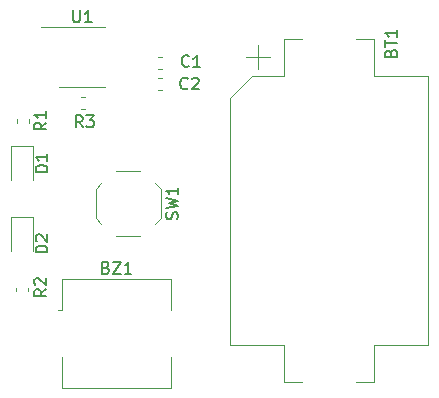
<source format=gbr>
G04 #@! TF.GenerationSoftware,KiCad,Pcbnew,(5.1.4-0-10_14)*
G04 #@! TF.CreationDate,2020-05-31T23:05:55+02:00*
G04 #@! TF.ProjectId,maskmeter,6d61736b-6d65-4746-9572-2e6b69636164,rev?*
G04 #@! TF.SameCoordinates,Original*
G04 #@! TF.FileFunction,Legend,Top*
G04 #@! TF.FilePolarity,Positive*
%FSLAX46Y46*%
G04 Gerber Fmt 4.6, Leading zero omitted, Abs format (unit mm)*
G04 Created by KiCad (PCBNEW (5.1.4-0-10_14)) date 2020-05-31 23:05:55*
%MOMM*%
%LPD*%
G04 APERTURE LIST*
%ADD10C,0.120000*%
%ADD11C,0.150000*%
G04 APERTURE END LIST*
D10*
X124000000Y-78600000D02*
X124000000Y-76600000D01*
X125000000Y-77600000D02*
X123000000Y-77600000D01*
X138350000Y-101950000D02*
X133850000Y-101950000D01*
X138350000Y-79250000D02*
X133850000Y-79250000D01*
X138350000Y-79250000D02*
X138350000Y-101950000D01*
X133850000Y-105150000D02*
X132300000Y-105150000D01*
X133850000Y-101950000D02*
X133850000Y-105150000D01*
X133850000Y-76050000D02*
X132300000Y-76050000D01*
X133850000Y-79250000D02*
X133850000Y-76050000D01*
X126150000Y-76050000D02*
X127700000Y-76050000D01*
X126150000Y-79250000D02*
X126150000Y-76050000D01*
X121650000Y-81050000D02*
X123450000Y-79250000D01*
X123450000Y-79250000D02*
X126150000Y-79250000D01*
X121650000Y-101950000D02*
X121650000Y-81050000D01*
X121650000Y-101950000D02*
X126150000Y-101950000D01*
X126150000Y-105150000D02*
X127700000Y-105150000D01*
X126150000Y-101950000D02*
X126150000Y-105150000D01*
X107390000Y-99040000D02*
X107390000Y-96390000D01*
X107390000Y-96390000D02*
X116610000Y-96390000D01*
X116610000Y-96390000D02*
X116610000Y-99040000D01*
X116610000Y-102960000D02*
X116610000Y-105610000D01*
X116610000Y-105610000D02*
X107390000Y-105610000D01*
X107390000Y-105610000D02*
X107390000Y-102960000D01*
X107390000Y-99040000D02*
X107060000Y-99040000D01*
X115750000Y-88750000D02*
X115750000Y-91250000D01*
X114000000Y-87250000D02*
X112000000Y-87250000D01*
X110250000Y-88750000D02*
X110250000Y-91250000D01*
X114000000Y-92750000D02*
X112000000Y-92750000D01*
X115300000Y-88300000D02*
X115750000Y-88750000D01*
X115300000Y-91700000D02*
X115750000Y-91250000D01*
X110700000Y-91700000D02*
X110250000Y-91250000D01*
X110700000Y-88300000D02*
X110250000Y-88750000D01*
X109037221Y-82010000D02*
X109362779Y-82010000D01*
X109037221Y-80990000D02*
X109362779Y-80990000D01*
X103490000Y-97450279D02*
X103490000Y-97124721D01*
X104510000Y-97450279D02*
X104510000Y-97124721D01*
X104610000Y-83162779D02*
X104610000Y-82837221D01*
X103590000Y-83162779D02*
X103590000Y-82837221D01*
X103090000Y-91152500D02*
X103090000Y-94037500D01*
X104910000Y-91152500D02*
X103090000Y-91152500D01*
X104910000Y-94037500D02*
X104910000Y-91152500D01*
X103090000Y-85152500D02*
X103090000Y-88037500D01*
X104910000Y-85152500D02*
X103090000Y-85152500D01*
X104910000Y-88037500D02*
X104910000Y-85152500D01*
X115537221Y-80410000D02*
X115862779Y-80410000D01*
X115537221Y-79390000D02*
X115862779Y-79390000D01*
X115862779Y-77590000D02*
X115537221Y-77590000D01*
X115862779Y-78610000D02*
X115537221Y-78610000D01*
X109100000Y-75040000D02*
X105650000Y-75040000D01*
X109100000Y-75040000D02*
X111050000Y-75040000D01*
X109100000Y-80160000D02*
X107150000Y-80160000D01*
X109100000Y-80160000D02*
X111050000Y-80160000D01*
D11*
X135228571Y-77260714D02*
X135276190Y-77117857D01*
X135323809Y-77070238D01*
X135419047Y-77022619D01*
X135561904Y-77022619D01*
X135657142Y-77070238D01*
X135704761Y-77117857D01*
X135752380Y-77213095D01*
X135752380Y-77594047D01*
X134752380Y-77594047D01*
X134752380Y-77260714D01*
X134800000Y-77165476D01*
X134847619Y-77117857D01*
X134942857Y-77070238D01*
X135038095Y-77070238D01*
X135133333Y-77117857D01*
X135180952Y-77165476D01*
X135228571Y-77260714D01*
X135228571Y-77594047D01*
X134752380Y-76736904D02*
X134752380Y-76165476D01*
X135752380Y-76451190D02*
X134752380Y-76451190D01*
X135752380Y-75308333D02*
X135752380Y-75879761D01*
X135752380Y-75594047D02*
X134752380Y-75594047D01*
X134895238Y-75689285D01*
X134990476Y-75784523D01*
X135038095Y-75879761D01*
X111119047Y-95428571D02*
X111261904Y-95476190D01*
X111309523Y-95523809D01*
X111357142Y-95619047D01*
X111357142Y-95761904D01*
X111309523Y-95857142D01*
X111261904Y-95904761D01*
X111166666Y-95952380D01*
X110785714Y-95952380D01*
X110785714Y-94952380D01*
X111119047Y-94952380D01*
X111214285Y-95000000D01*
X111261904Y-95047619D01*
X111309523Y-95142857D01*
X111309523Y-95238095D01*
X111261904Y-95333333D01*
X111214285Y-95380952D01*
X111119047Y-95428571D01*
X110785714Y-95428571D01*
X111690476Y-94952380D02*
X112357142Y-94952380D01*
X111690476Y-95952380D01*
X112357142Y-95952380D01*
X113261904Y-95952380D02*
X112690476Y-95952380D01*
X112976190Y-95952380D02*
X112976190Y-94952380D01*
X112880952Y-95095238D01*
X112785714Y-95190476D01*
X112690476Y-95238095D01*
X117154761Y-91333333D02*
X117202380Y-91190476D01*
X117202380Y-90952380D01*
X117154761Y-90857142D01*
X117107142Y-90809523D01*
X117011904Y-90761904D01*
X116916666Y-90761904D01*
X116821428Y-90809523D01*
X116773809Y-90857142D01*
X116726190Y-90952380D01*
X116678571Y-91142857D01*
X116630952Y-91238095D01*
X116583333Y-91285714D01*
X116488095Y-91333333D01*
X116392857Y-91333333D01*
X116297619Y-91285714D01*
X116250000Y-91238095D01*
X116202380Y-91142857D01*
X116202380Y-90904761D01*
X116250000Y-90761904D01*
X116202380Y-90428571D02*
X117202380Y-90190476D01*
X116488095Y-90000000D01*
X117202380Y-89809523D01*
X116202380Y-89571428D01*
X117202380Y-88666666D02*
X117202380Y-89238095D01*
X117202380Y-88952380D02*
X116202380Y-88952380D01*
X116345238Y-89047619D01*
X116440476Y-89142857D01*
X116488095Y-89238095D01*
X109133333Y-83552380D02*
X108800000Y-83076190D01*
X108561904Y-83552380D02*
X108561904Y-82552380D01*
X108942857Y-82552380D01*
X109038095Y-82600000D01*
X109085714Y-82647619D01*
X109133333Y-82742857D01*
X109133333Y-82885714D01*
X109085714Y-82980952D01*
X109038095Y-83028571D01*
X108942857Y-83076190D01*
X108561904Y-83076190D01*
X109466666Y-82552380D02*
X110085714Y-82552380D01*
X109752380Y-82933333D01*
X109895238Y-82933333D01*
X109990476Y-82980952D01*
X110038095Y-83028571D01*
X110085714Y-83123809D01*
X110085714Y-83361904D01*
X110038095Y-83457142D01*
X109990476Y-83504761D01*
X109895238Y-83552380D01*
X109609523Y-83552380D01*
X109514285Y-83504761D01*
X109466666Y-83457142D01*
X106052380Y-97266666D02*
X105576190Y-97600000D01*
X106052380Y-97838095D02*
X105052380Y-97838095D01*
X105052380Y-97457142D01*
X105100000Y-97361904D01*
X105147619Y-97314285D01*
X105242857Y-97266666D01*
X105385714Y-97266666D01*
X105480952Y-97314285D01*
X105528571Y-97361904D01*
X105576190Y-97457142D01*
X105576190Y-97838095D01*
X105147619Y-96885714D02*
X105100000Y-96838095D01*
X105052380Y-96742857D01*
X105052380Y-96504761D01*
X105100000Y-96409523D01*
X105147619Y-96361904D01*
X105242857Y-96314285D01*
X105338095Y-96314285D01*
X105480952Y-96361904D01*
X106052380Y-96933333D01*
X106052380Y-96314285D01*
X106052380Y-83166666D02*
X105576190Y-83500000D01*
X106052380Y-83738095D02*
X105052380Y-83738095D01*
X105052380Y-83357142D01*
X105100000Y-83261904D01*
X105147619Y-83214285D01*
X105242857Y-83166666D01*
X105385714Y-83166666D01*
X105480952Y-83214285D01*
X105528571Y-83261904D01*
X105576190Y-83357142D01*
X105576190Y-83738095D01*
X106052380Y-82214285D02*
X106052380Y-82785714D01*
X106052380Y-82500000D02*
X105052380Y-82500000D01*
X105195238Y-82595238D01*
X105290476Y-82690476D01*
X105338095Y-82785714D01*
X106152380Y-94138095D02*
X105152380Y-94138095D01*
X105152380Y-93900000D01*
X105200000Y-93757142D01*
X105295238Y-93661904D01*
X105390476Y-93614285D01*
X105580952Y-93566666D01*
X105723809Y-93566666D01*
X105914285Y-93614285D01*
X106009523Y-93661904D01*
X106104761Y-93757142D01*
X106152380Y-93900000D01*
X106152380Y-94138095D01*
X105247619Y-93185714D02*
X105200000Y-93138095D01*
X105152380Y-93042857D01*
X105152380Y-92804761D01*
X105200000Y-92709523D01*
X105247619Y-92661904D01*
X105342857Y-92614285D01*
X105438095Y-92614285D01*
X105580952Y-92661904D01*
X106152380Y-93233333D01*
X106152380Y-92614285D01*
X106152380Y-87338095D02*
X105152380Y-87338095D01*
X105152380Y-87100000D01*
X105200000Y-86957142D01*
X105295238Y-86861904D01*
X105390476Y-86814285D01*
X105580952Y-86766666D01*
X105723809Y-86766666D01*
X105914285Y-86814285D01*
X106009523Y-86861904D01*
X106104761Y-86957142D01*
X106152380Y-87100000D01*
X106152380Y-87338095D01*
X106152380Y-85814285D02*
X106152380Y-86385714D01*
X106152380Y-86100000D02*
X105152380Y-86100000D01*
X105295238Y-86195238D01*
X105390476Y-86290476D01*
X105438095Y-86385714D01*
X118033333Y-80257142D02*
X117985714Y-80304761D01*
X117842857Y-80352380D01*
X117747619Y-80352380D01*
X117604761Y-80304761D01*
X117509523Y-80209523D01*
X117461904Y-80114285D01*
X117414285Y-79923809D01*
X117414285Y-79780952D01*
X117461904Y-79590476D01*
X117509523Y-79495238D01*
X117604761Y-79400000D01*
X117747619Y-79352380D01*
X117842857Y-79352380D01*
X117985714Y-79400000D01*
X118033333Y-79447619D01*
X118414285Y-79447619D02*
X118461904Y-79400000D01*
X118557142Y-79352380D01*
X118795238Y-79352380D01*
X118890476Y-79400000D01*
X118938095Y-79447619D01*
X118985714Y-79542857D01*
X118985714Y-79638095D01*
X118938095Y-79780952D01*
X118366666Y-80352380D01*
X118985714Y-80352380D01*
X118133333Y-78357142D02*
X118085714Y-78404761D01*
X117942857Y-78452380D01*
X117847619Y-78452380D01*
X117704761Y-78404761D01*
X117609523Y-78309523D01*
X117561904Y-78214285D01*
X117514285Y-78023809D01*
X117514285Y-77880952D01*
X117561904Y-77690476D01*
X117609523Y-77595238D01*
X117704761Y-77500000D01*
X117847619Y-77452380D01*
X117942857Y-77452380D01*
X118085714Y-77500000D01*
X118133333Y-77547619D01*
X119085714Y-78452380D02*
X118514285Y-78452380D01*
X118800000Y-78452380D02*
X118800000Y-77452380D01*
X118704761Y-77595238D01*
X118609523Y-77690476D01*
X118514285Y-77738095D01*
X108338095Y-73652380D02*
X108338095Y-74461904D01*
X108385714Y-74557142D01*
X108433333Y-74604761D01*
X108528571Y-74652380D01*
X108719047Y-74652380D01*
X108814285Y-74604761D01*
X108861904Y-74557142D01*
X108909523Y-74461904D01*
X108909523Y-73652380D01*
X109909523Y-74652380D02*
X109338095Y-74652380D01*
X109623809Y-74652380D02*
X109623809Y-73652380D01*
X109528571Y-73795238D01*
X109433333Y-73890476D01*
X109338095Y-73938095D01*
M02*

</source>
